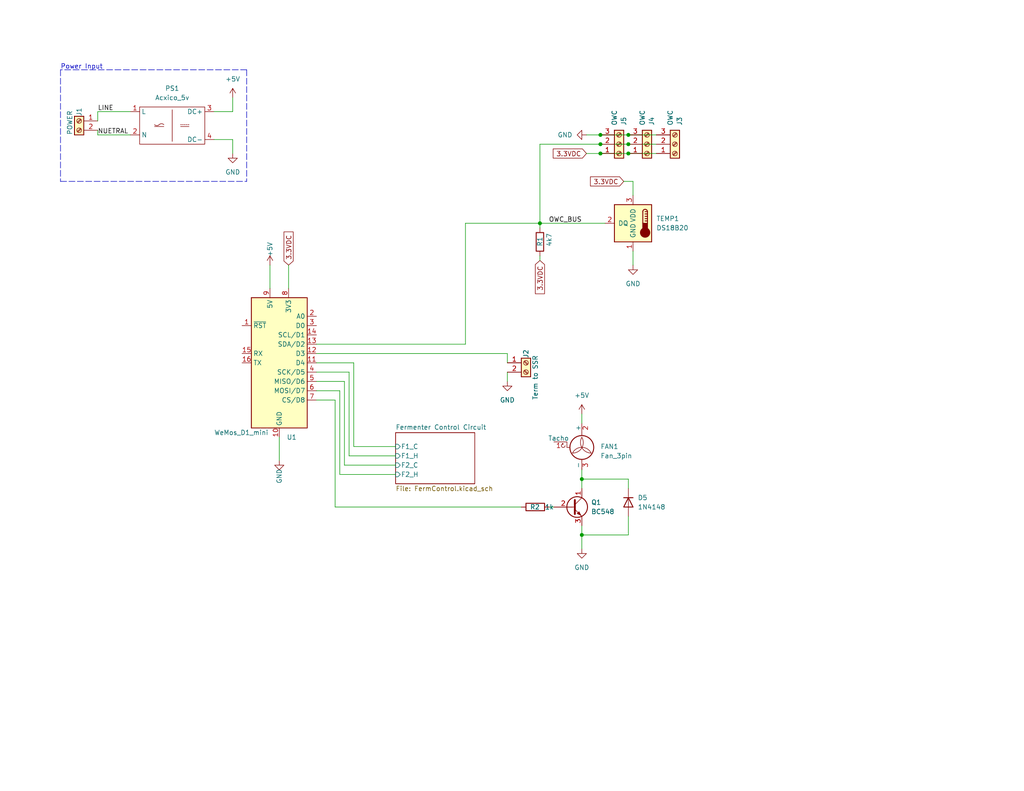
<source format=kicad_sch>
(kicad_sch (version 20211123) (generator eeschema)
  (paper "USLetter")
  (title_block (title "Glycol/Fermenter Control Circuit") (date "2023-01-31") (rev "1.0"))
  (lib_symbols
    (symbol "Connector:Screw_Terminal_01x02" (pin_names (offset 1.016) hide)
      (property "Reference" "J" (at 0 2.54 0))
      (property "Value" "Screw_Terminal_01x02" (at 0 -5.08 0))
      (symbol "Screw_Terminal_01x02_1_1"
        (rectangle (start -1.27 1.27) (end 1.27 -3.81) (stroke (width 0.254)) (fill (type background)))
        (circle (center 0 -2.54) (radius 0.635) (stroke (width 0.1524)))
        (polyline (pts (xy -0.5334 -2.2098) (xy 0.3302 -3.048)) (stroke (width 0.1524)))
        (polyline (pts (xy -0.5334 0.3302) (xy 0.3302 -0.508)) (stroke (width 0.1524)))
        (polyline (pts (xy -0.3556 -2.032) (xy 0.508 -2.8702)) (stroke (width 0.1524)))
        (polyline (pts (xy -0.3556 0.508) (xy 0.508 -0.3302)) (stroke (width 0.1524)))
        (circle (center 0 0) (radius 0.635) (stroke (width 0.1524)))
        (pin passive line (at -5.08 0 0) (length 3.81) (name "Pin_1") (number "1"))
        (pin passive line (at -5.08 -2.54 0) (length 3.81) (name "Pin_2") (number "2"))
      )
    )
    (symbol "Connector:Screw_Terminal_01x03" (pin_names (offset 1.016) hide)
      (property "Reference" "J" (at 0 5.08 0))
      (property "Value" "Screw_Terminal_01x03" (at 0 -5.08 0))
      (symbol "Screw_Terminal_01x03_1_1"
        (rectangle (start -1.27 3.81) (end 1.27 -3.81) (stroke (width 0.254)) (fill (type background)))
        (circle (center 0 -2.54) (radius 0.635) (stroke (width 0.1524)))
        (polyline (pts (xy -0.5334 -2.2098) (xy 0.3302 -3.048)) (stroke (width 0.1524)))
        (polyline (pts (xy -0.5334 0.3302) (xy 0.3302 -0.508)) (stroke (width 0.1524)))
        (polyline (pts (xy -0.5334 2.8702) (xy 0.3302 2.032)) (stroke (width 0.1524)))
        (polyline (pts (xy -0.3556 -2.032) (xy 0.508 -2.8702)) (stroke (width 0.1524)))
        (polyline (pts (xy -0.3556 0.508) (xy 0.508 -0.3302)) (stroke (width 0.1524)))
        (polyline (pts (xy -0.3556 3.048) (xy 0.508 2.2098)) (stroke (width 0.1524)))
        (circle (center 0 0) (radius 0.635) (stroke (width 0.1524)))
        (circle (center 0 2.54) (radius 0.635) (stroke (width 0.1524)))
        (pin passive line (at -5.08 2.54 0) (length 3.81) (name "Pin_1") (number "1"))
        (pin passive line (at -5.08 0 0) (length 3.81) (name "Pin_2") (number "2"))
        (pin passive line (at -5.08 -2.54 0) (length 3.81) (name "Pin_3") (number "3"))
      )
    )
    (symbol "Converter_ACDC:Acxico_5v"
      (property "Reference" "PS" (at 0 6.35 0))
      (property "Value" "Acxico_5v" (at 0 -6.35 0))
      (symbol "Acxico_5v_0_1"
        (rectangle (start -8.89 5.08) (end 8.89 -5.08))
        (arc (start -4.826 0.254) (mid -4.191 -0.0089) (end -3.556 0.254))
        (arc (start -2.286 0.254) (mid -2.921 0.516) (end -3.556 0.254))
        (polyline (pts (xy -4.826 -0.254) (xy -2.286 -0.254)))
        (polyline (pts (xy 0 4.318) (xy 0 -4.318)))
        (polyline (pts (xy 2.286 -0.254) (xy 4.572 -0.254)))
        (polyline (pts (xy 2.286 0.254) (xy 2.54 0.254)))
        (polyline (pts (xy 2.794 0.254) (xy 3.048 0.254)))
        (polyline (pts (xy 3.302 0.254) (xy 3.556 0.254)))
        (polyline (pts (xy 3.81 0.254) (xy 4.064 0.254)))
        (polyline (pts (xy 4.318 0.254) (xy 4.572 0.254)))
      )
      (symbol "Acxico_5v_1_1"
        (pin input line (at -11.43 3.81 0) (length 2.54) (name "L") (number "1"))
        (pin input line (at -11.43 -2.54 0) (length 2.54) (name "N") (number "2"))
        (pin output line (at 11.43 3.81 180) (length 2.54) (name "DC+") (number "3"))
        (pin output line (at 11.43 -3.81 180) (length 2.54) (name "DC-") (number "4"))
      )
    )
    (symbol "Device:R" (pin_numbers hide) (pin_names (offset 0))
      (property "Reference" "R" (at 2.032 0 90))
      (property "Value" "R" (at 0 0 90))
      (symbol "R_0_1"
        (rectangle (start -1.016 -2.54) (end 1.016 2.54) (stroke (width 0.254)))
      )
      (symbol "R_1_1"
        (pin passive line (at 0 3.81 270) (length 1.27) (name "~") (number "1"))
        (pin passive line (at 0 -3.81 90) (length 1.27) (name "~") (number "2"))
      )
    )
    (symbol "Diode:1N4148" (pin_numbers hide) (pin_names hide)
      (property "Reference" "D" (at 0 2.54 0))
      (property "Value" "1N4148" (at 0 -2.54 0))
      (symbol "1N4148_0_1"
        (polyline (pts (xy -1.27 1.27) (xy -1.27 -1.27)) (stroke (width 0.254)))
        (polyline (pts (xy 1.27 0) (xy -1.27 0)))
        (polyline (pts (xy 1.27 1.27) (xy 1.27 -1.27) (xy -1.27 0) (xy 1.27 1.27)) (stroke (width 0.254)))
      )
      (symbol "1N4148_1_1"
        (pin passive line (at -3.81 0 0) (length 2.54) (name "K") (number "1"))
        (pin passive line (at 3.81 0 180) (length 2.54) (name "A") (number "2"))
      )
    )
    (symbol "MCU_Module:WeMos_D1_mini"
      (property "Reference" "U" (at 3.81 19.05 0))
      (property "Value" "WeMos_D1_mini" (at 1.27 -19.05 0))
      (symbol "WeMos_D1_mini_1_1"
        (rectangle (start -7.62 17.78) (end 7.62 -17.78) (stroke (width 0.254)) (fill (type background)))
        (pin input line (at -10.16 10.16 0) (length 2.54) (name "~{RST}") (number "1"))
        (pin power_in line (at 0 -20.32 90) (length 2.54) (name "GND") (number "10"))
        (pin bidirectional line (at 10.16 0 180) (length 2.54) (name "D4") (number "11"))
        (pin bidirectional line (at 10.16 2.54 180) (length 2.54) (name "D3") (number "12"))
        (pin bidirectional line (at 10.16 5.08 180) (length 2.54) (name "SDA/D2") (number "13"))
        (pin bidirectional line (at 10.16 7.62 180) (length 2.54) (name "SCL/D1") (number "14"))
        (pin input line (at -10.16 2.54 0) (length 2.54) (name "RX") (number "15"))
        (pin output line (at -10.16 0 0) (length 2.54) (name "TX") (number "16"))
        (pin input line (at 10.16 12.7 180) (length 2.54) (name "A0") (number "2"))
        (pin bidirectional line (at 10.16 10.16 180) (length 2.54) (name "D0") (number "3"))
        (pin bidirectional line (at 10.16 -2.54 180) (length 2.54) (name "SCK/D5") (number "4"))
        (pin bidirectional line (at 10.16 -5.08 180) (length 2.54) (name "MISO/D6") (number "5"))
        (pin bidirectional line (at 10.16 -7.62 180) (length 2.54) (name "MOSI/D7") (number "6"))
        (pin bidirectional line (at 10.16 -10.16 180) (length 2.54) (name "CS/D8") (number "7"))
        (pin power_out line (at 2.54 20.32 270) (length 2.54) (name "3V3") (number "8"))
        (pin power_in line (at -2.54 20.32 270) (length 2.54) (name "5V") (number "9"))
      )
    )
    (symbol "Motor:Fan_3pin" (pin_names (offset 0))
      (property "Reference" "M" (at 2.54 2.54 0))
      (property "Value" "Fan_3pin" (at 2.54 -5.08 0))
      (symbol "Fan_3pin_0_0"
        (arc (start -5.588 -1.016) (mid -5.08 -1.524) (end -4.572 -1.016))
        (arc (start -5.08 -0.508) (mid -5.4392 -0.6568) (end -5.588 -1.016))
        (polyline (pts (xy -5.08 -0.508) (xy -5.334 -0.381)))
        (polyline (pts (xy -5.08 -0.508) (xy -5.207 -0.762)))
        (polyline (pts (xy -4.064 0) (xy -4.064 -1.524) (xy -3.302 -1.524)))
      )
      (symbol "Fan_3pin_0_1"
        (arc (start -2.54 -3.048) (mid 0.0028 -1.6279) (end 0 1.27))
        (circle (center 0 -1.524) (radius 3.2512) (stroke (width 0.254)))
        (polyline (pts (xy -4.064 0) (xy -5.08 0)))
        (polyline (pts (xy 0 -7.62) (xy 0 -7.112)))
        (polyline (pts (xy 0 -4.7752) (xy 0 -5.1816)))
        (polyline (pts (xy 0 1.7272) (xy 0 2.0828)))
        (polyline (pts (xy 0 2.032) (xy 0 2.54)))
        (arc (start 0 1.27) (mid 0.053 -1.619) (end 2.54 -3.048))
        (arc (start 2.54 -3.048) (mid 0 -1.4782) (end -2.54 -3.048))
      )
      (symbol "Fan_3pin_1_1"
        (pin passive line (at -7.62 0 0) (length 2.54) (name "Tacho") (number "1"))
        (pin passive line (at 0 5.08 270) (length 2.54) (name "+") (number "2"))
        (pin passive line (at 0 -7.62 90) (length 2.54) (name "-") (number "3"))
      )
    )
    (symbol "Sensor_Temperature:DS18B20" (pin_names (offset 1.016))
      (property "Reference" "U" (at -3.81 6.35 0))
      (property "Value" "DS18B20" (at 6.35 6.35 0))
      (symbol "DS18B20_0_1"
        (rectangle (start -5.08 5.08) (end 5.08 -5.08) (stroke (width 0.254)) (fill (type background)))
        (circle (center -3.302 -2.54) (radius 1.27) (stroke (width 0.254)) (fill (type outline)))
        (rectangle (start -2.667 -1.905) (end -3.937 0) (stroke (width 0.254)) (fill (type outline)))
        (arc (start -2.667 3.175) (mid -3.302 3.81) (end -3.937 3.175) (stroke (width 0.254)))
        (polyline (pts (xy -3.937 0.635) (xy -3.302 0.635)) (stroke (width 0.254)))
        (polyline (pts (xy -3.937 1.27) (xy -3.302 1.27)) (stroke (width 0.254)))
        (polyline (pts (xy -3.937 1.905) (xy -3.302 1.905)) (stroke (width 0.254)))
        (polyline (pts (xy -3.937 2.54) (xy -3.302 2.54)) (stroke (width 0.254)))
        (polyline (pts (xy -3.937 3.175) (xy -3.937 0)) (stroke (width 0.254)))
        (polyline (pts (xy -3.937 3.175) (xy -3.302 3.175)) (stroke (width 0.254)))
        (polyline (pts (xy -2.667 3.175) (xy -2.667 0)) (stroke (width 0.254)))
      )
      (symbol "DS18B20_1_1"
        (pin power_in line (at 0 -7.62 90) (length 2.54) (name "GND") (number "1"))
        (pin bidirectional line (at 7.62 0 180) (length 2.54) (name "DQ") (number "2"))
        (pin power_in line (at 0 7.62 270) (length 2.54) (name "VDD") (number "3"))
      )
    )
    (symbol "Transistor_BJT:BC548" (pin_names (offset 0) hide)
      (property "Reference" "Q" (at 5.08 1.905 0))
      (property "Value" "BC548" (at 5.08 0 0))
      (symbol "BC548_0_1"
        (polyline (pts (xy 0 0) (xy 0.635 0)))
        (polyline (pts (xy 0.635 0.635) (xy 2.54 2.54)))
        (polyline (pts (xy 0.635 -0.635) (xy 2.54 -2.54) (xy 2.54 -2.54)))
        (polyline (pts (xy 0.635 1.905) (xy 0.635 -1.905) (xy 0.635 -1.905)) (stroke (width 0.508)))
        (polyline (pts (xy 1.27 -1.778) (xy 1.778 -1.27) (xy 2.286 -2.286) (xy 1.27 -1.778) (xy 1.27 -1.778)) (fill (type outline)))
        (circle (center 1.27 0) (radius 2.8194) (stroke (width 0.254)))
      )
      (symbol "BC548_1_1"
        (pin passive line (at 2.54 5.08 270) (length 2.54) (name "C") (number "1"))
        (pin input line (at -5.08 0 0) (length 5.08) (name "B") (number "2"))
        (pin passive line (at 2.54 -5.08 90) (length 2.54) (name "E") (number "3"))
      )
    )
    (symbol "power:+5V" (power) (pin_names (offset 0))
      (property "Value" "+5V" (at 0 3.556 0))
      (symbol "+5V_0_1"
        (polyline (pts (xy -0.762 1.27) (xy 0 2.54)))
        (polyline (pts (xy 0 0) (xy 0 2.54)))
        (polyline (pts (xy 0 2.54) (xy 0.762 1.27)))
      )
      (symbol "+5V_1_1"
        (pin power_in line (at 0 0 90) (length 0) hide (name "+5V") (number "1"))
      )
    )
    (symbol "power:GND" (power) (pin_names (offset 0))
      (property "Value" "GND" (at 0 -3.81 0))
      (symbol "GND_0_1"
        (polyline (pts (xy 0 0) (xy 0 -1.27) (xy 1.27 -1.27) (xy 0 -2.54) (xy -1.27 -1.27) (xy 0 -1.27)))
      )
      (symbol "GND_1_1"
        (pin power_in line (at 0 0 270) (length 0) hide (name "GND") (number "1"))
      )
    )
  )
  (junction (at 158.75 130.81))
  (junction (at 163.83 41.91))
  (junction (at 171.45 36.83))
  (junction (at 171.45 41.91))
  (junction (at 163.83 36.83))
  (junction (at 163.83 39.37))
  (junction (at 158.75 146.05))
  (junction (at 171.45 39.37))
  (junction (at 147.32 60.96))
  (wire (pts (xy 171.45 41.91) (xy 163.83 41.91)))
  (wire (pts (xy 127 60.96) (xy 147.32 60.96)))
  (wire (pts (xy 95.25 101.6) (xy 95.25 124.46)))
  (wire (pts (xy 26.67 35.56) (xy 26.67 36.83)))
  (wire (pts (xy 95.25 124.46) (xy 107.95 124.46)))
  (wire (pts (xy 86.36 106.68) (xy 92.71 106.68)))
  (wire (pts (xy 76.2 119.38) (xy 76.2 125.73)))
  (polyline (pts (xy 67.31 19.05) (xy 16.51 19.05)))
  (wire (pts (xy 171.45 39.37) (xy 163.83 39.37)))
  (wire (pts (xy 26.67 36.83) (xy 35.56 36.83)))
  (polyline (pts (xy 67.31 19.05) (xy 67.31 49.53)))
  (wire (pts (xy 58.42 38.1) (xy 63.5 38.1)))
  (wire (pts (xy 147.32 69.85) (xy 147.32 71.12)))
  (wire (pts (xy 158.75 130.81) (xy 158.75 133.35)))
  (wire (pts (xy 78.74 72.39) (xy 78.74 78.74)))
  (wire (pts (xy 127 93.98) (xy 127 60.96)))
  (wire (pts (xy 171.45 130.81) (xy 171.45 133.35)))
  (wire (pts (xy 86.36 109.22) (xy 91.44 109.22)))
  (wire (pts (xy 158.75 113.03) (xy 158.75 115.57)))
  (wire (pts (xy 158.75 146.05) (xy 158.75 149.86)))
  (wire (pts (xy 179.07 36.83) (xy 171.45 36.83)))
  (wire (pts (xy 92.71 129.54) (xy 107.95 129.54)))
  (wire (pts (xy 86.36 93.98) (xy 127 93.98)))
  (wire (pts (xy 73.66 72.39) (xy 73.66 78.74)))
  (wire (pts (xy 172.72 53.34) (xy 172.72 49.53)))
  (wire (pts (xy 158.75 130.81) (xy 171.45 130.81)))
  (wire (pts (xy 93.98 104.14) (xy 93.98 127)))
  (wire (pts (xy 163.83 36.83) (xy 160.02 36.83)))
  (wire (pts (xy 63.5 26.67) (xy 63.5 30.48)))
  (wire (pts (xy 91.44 138.43) (xy 142.24 138.43)))
  (wire (pts (xy 138.43 99.06) (xy 138.43 96.52)))
  (wire (pts (xy 171.45 36.83) (xy 163.83 36.83)))
  (wire (pts (xy 171.45 146.05) (xy 171.45 140.97)))
  (wire (pts (xy 163.83 41.91) (xy 160.02 41.91)))
  (wire (pts (xy 86.36 104.14) (xy 93.98 104.14)))
  (wire (pts (xy 96.52 121.92) (xy 107.95 121.92)))
  (wire (pts (xy 26.67 33.02) (xy 26.67 30.48)))
  (polyline (pts (xy 16.51 19.05) (xy 16.51 49.53)))
  (polyline (pts (xy 16.51 49.53) (xy 67.31 49.53)))
  (wire (pts (xy 86.36 101.6) (xy 95.25 101.6)))
  (wire (pts (xy 63.5 38.1) (xy 63.5 41.91)))
  (wire (pts (xy 138.43 104.14) (xy 138.43 101.6)))
  (wire (pts (xy 147.32 39.37) (xy 147.32 60.96)))
  (wire (pts (xy 96.52 99.06) (xy 86.36 99.06)))
  (wire (pts (xy 26.67 30.48) (xy 35.56 30.48)))
  (wire (pts (xy 163.83 39.37) (xy 147.32 39.37)))
  (wire (pts (xy 91.44 109.22) (xy 91.44 138.43)))
  (wire (pts (xy 149.86 138.43) (xy 151.13 138.43)))
  (wire (pts (xy 92.71 106.68) (xy 92.71 129.54)))
  (wire (pts (xy 158.75 128.27) (xy 158.75 130.81)))
  (wire (pts (xy 58.42 30.48) (xy 63.5 30.48)))
  (wire (pts (xy 96.52 99.06) (xy 96.52 121.92)))
  (wire (pts (xy 93.98 127) (xy 107.95 127)))
  (wire (pts (xy 138.43 96.52) (xy 86.36 96.52)))
  (wire (pts (xy 158.75 143.51) (xy 158.75 146.05)))
  (wire (pts (xy 147.32 62.23) (xy 147.32 60.96)))
  (wire (pts (xy 179.07 41.91) (xy 171.45 41.91)))
  (wire (pts (xy 158.75 146.05) (xy 171.45 146.05)))
  (wire (pts (xy 172.72 68.58) (xy 172.72 72.39)))
  (wire (pts (xy 147.32 60.96) (xy 165.1 60.96)))
  (wire (pts (xy 179.07 39.37) (xy 171.45 39.37)))
  (wire (pts (xy 172.72 49.53) (xy 170.18 49.53)))
  (text "Power Input" (at 16.51 19.05 0) (effects (font (size 1.27 1.27)) (justify left bottom)))
  (label "OWC_BUS" (at 158.75 60.96 180))
  (label "NUETRAL" (at 26.67 36.83 0))
  (label "LINE" (at 26.67 30.48 0))
  (global_label "3.3VDC" (shape input) (at 170.18 49.53 180) (property "Intersheet References" "${INTERSHEET_REFS}" (effects hide)))
  (global_label "3.3VDC" (shape input) (at 160.02 41.91 180) (property "Intersheet References" "${INTERSHEET_REFS}" (effects hide)))
  (global_label "3.3VDC" (shape input) (at 78.74 72.39 90) (property "Intersheet References" "${INTERSHEET_REFS}" (effects hide)))
  (global_label "3.3VDC" (shape input) (at 147.32 71.12 270) (property "Intersheet References" "${INTERSHEET_REFS}" (effects hide)))
  (symbol (lib_id "Connector:Screw_Terminal_01x02") (at 143.51 99.06 0) (unit 1)
    (property "Reference" "J2" (at 143.51 97.79 90) (effects (justify left)))
    (property "Value" "Term to SSR" (at 146.05 109.22 90) (effects (justify left)))
    (property "Footprint" "TerminalBlock:TerminalBlock_Altech_AK300-2_P5.00mm" (effects hide))
  )
  (symbol (lib_id "power:GND") (at 138.43 104.14 0) (unit 1)
    (property "Reference" "#PWR0105" (effects hide))
    (property "Value" "GND" (at 138.43 109.22 0))
  )
  (symbol (lib_id "Connector:Screw_Terminal_01x03") (at 168.91 39.37 0) (mirror x) (unit 1)
    (property "Reference" "J5" (at 170.1801 34.29 90) (effects (justify right)))
    (property "Value" "OWC" (at 167.6401 34.29 90) (effects (justify right)))
    (property "Footprint" "Connector_JST:JST_XH_B3B-XH-AM_1x03_P2.50mm_Vertical" (effects hide))
  )
  (symbol (lib_id "Connector:Screw_Terminal_01x02") (at 21.59 33.02 0) (mirror y) (unit 1)
    (property "Reference" "J1" (at 21.59 31.75 90) (effects (justify left)))
    (property "Value" "POWER" (at 19.05 36.83 90) (effects (justify left)))
    (property "Footprint" "TerminalBlock:TerminalBlock_Altech_AK300-2_P5.00mm" (effects hide))
  )
  (symbol (lib_id "Diode:1N4148") (at 171.45 137.16 270) (unit 1)
    (property "Reference" "D5" (at 173.99 135.8899 90) (effects (justify left)))
    (property "Value" "1N4148" (at 173.99 138.4299 90) (effects (justify left)))
    (property "Footprint" "Diode_SMD:D_SOD-323F" (effects hide))
    (property "Datasheet" "https://assets.nexperia.com/documents/data-sheet/1N4148_1N4448.pdf" (effects hide))
  )
  (symbol (lib_id "Device:R") (at 146.05 138.43 90) (unit 1)
    (property "Reference" "R2" (at 147.32 138.43 90) (effects (justify left)))
    (property "Value" "1k" (at 151.13 138.43 90) (effects (justify left)))
    (property "Footprint" "Resistor_THT:R_Axial_DIN0207_L6.3mm_D2.5mm_P7.62mm_Horizontal" (effects hide))
  )
  (symbol (lib_id "Device:R") (at 147.32 66.04 0) (mirror y) (unit 1)
    (property "Reference" "R1" (at 147.32 67.31 90) (effects (justify left)))
    (property "Value" "4k7" (at 149.86 67.31 90) (effects (justify left)))
    (property "Footprint" "Resistor_THT:R_Axial_DIN0207_L6.3mm_D2.5mm_P7.62mm_Horizontal" (effects hide))
  )
  (symbol (lib_id "Connector:Screw_Terminal_01x03") (at 176.53 39.37 0) (mirror x) (unit 1)
    (property "Reference" "J4" (at 177.8001 34.29 90) (effects (justify right)))
    (property "Value" "OWC" (at 175.2601 34.29 90) (effects (justify right)))
    (property "Footprint" "Connector_JST:JST_XH_B3B-XH-AM_1x03_P2.50mm_Vertical" (effects hide))
  )
  (symbol (lib_id "power:+5V") (at 158.75 113.03 0) (unit 1)
    (property "Reference" "#PWR0103" (effects hide))
    (property "Value" "+5V" (at 158.75 107.95 0))
  )
  (symbol (lib_id "MCU_Module:WeMos_D1_mini") (at 76.2 99.06 0) (unit 1)
    (property "Reference" "U1" (at 78.2194 119.38 0) (effects (justify left)))
    (property "Value" "WeMos_D1_mini" (at 58.42 118.11 0) (effects (justify left)))
    (property "Footprint" "Module:WEMOS_D1_mini_light" (effects hide))
    (property "Datasheet" "https://wiki.wemos.cc/products:d1:d1_mini#documentation" (effects hide))
  )
  (symbol (lib_id "power:GND") (at 76.2 125.73 0) (unit 1)
    (property "Reference" "#PWR0111" (effects hide))
    (property "Value" "GND" (at 76.2 132.08 90) (effects (justify left)))
  )
  (symbol (lib_id "Converter_ACDC:Acxico_5v") (at 46.99 34.29 0) (unit 1)
    (property "Reference" "PS1" (at 46.99 24.13 0))
    (property "Value" "Acxico_5v" (at 46.99 26.67 0))
    (property "Footprint" "Power:Acxico 5V 700mA Board Module Mini AC-DC 120V to 5V Power Supply" (effects hide))
  )
  (symbol (lib_id "power:GND") (at 172.72 72.39 0) (mirror y) (unit 1)
    (property "Reference" "#PWR0104" (effects hide))
    (property "Value" "GND" (at 172.72 77.47 0))
  )
  (symbol (lib_id "power:+5V") (at 63.5 26.67 0) (unit 1)
    (property "Reference" "#PWR0102" (effects hide))
    (property "Value" "+5V" (at 63.5 21.59 0))
  )
  (symbol (lib_id "Connector:Screw_Terminal_01x03") (at 184.15 39.37 0) (mirror x) (unit 1)
    (property "Reference" "J3" (at 185.4201 34.29 90) (effects (justify right)))
    (property "Value" "OWC" (at 182.8801 34.29 90) (effects (justify right)))
    (property "Footprint" "Connector_JST:JST_XH_B3B-XH-AM_1x03_P2.50mm_Vertical" (effects hide))
  )
  (symbol (lib_id "power:GND") (at 63.5 41.91 0) (unit 1)
    (property "Reference" "#PWR0101" (effects hide))
    (property "Value" "GND" (at 63.5 46.99 0))
  )
  (symbol (lib_id "power:GND") (at 158.75 149.86 0) (unit 1)
    (property "Reference" "#PWR0109" (effects hide))
    (property "Value" "GND" (at 158.75 154.94 0))
  )
  (symbol (lib_id "Sensor_Temperature:DS18B20") (at 172.72 60.96 0) (mirror y) (unit 1)
    (property "Reference" "TEMP1" (at 179.07 59.6899 0) (effects (justify right)))
    (property "Value" "DS18B20" (at 179.07 62.2299 0) (effects (justify right)))
    (property "Footprint" "Package_TO_SOT_THT:TO-92_Inline" (effects hide))
    (property "Datasheet" "http://datasheets.maximintegrated.com/en/ds/DS18B20.pdf" (effects hide))
  )
  (symbol (lib_id "power:+5V") (at 73.66 72.39 0) (unit 1)
    (property "Reference" "#PWR0110" (effects hide))
    (property "Value" "+5V" (at 73.66 66.04 90) (effects (justify right)))
  )
  (symbol (lib_id "power:GND") (at 160.02 36.83 270) (mirror x) (unit 1)
    (property "Reference" "#PWR0106" (effects hide))
    (property "Value" "GND" (at 156.21 36.8299 90) (effects (justify right)))
  )
  (symbol (lib_id "Motor:Fan_3pin") (at 158.75 120.65 0) (unit 1)
    (property "Reference" "FAN1" (at 163.83 121.9199 0) (effects (justify left)))
    (property "Value" "Fan_3pin" (at 163.83 124.4599 0) (effects (justify left)))
    (property "Footprint" "Connector_JST:JST_XH_B3B-XH-AM_1x03_P2.50mm_Vertical" (effects hide))
    (property "Datasheet" "https://www.amazon.com/Noctua-Cooling-Bearing-NF-A4X10-FLX-5V/dp/B00NEMGCIA" (effects hide))
  )
  (symbol (lib_id "Transistor_BJT:BC548") (at 156.21 138.43 0) (unit 1)
    (property "Reference" "Q1" (at 161.29 137.1599 0) (effects (justify left)))
    (property "Value" "BC548" (at 161.29 139.6999 0) (effects (justify left)))
    (property "Footprint" "Package_TO_SOT_THT:TO-92_Inline" (effects hide))
    (property "Datasheet" "https://www.onsemi.com/pub/Collateral/BC550-D.pdf" (effects hide))
  )
  (sheet (at 107.95 118.11) (size 21.59 13.97) (stroke (width 0.1524))
    (property "Sheet name" "Fermenter Control Circuit" (at 107.95 117.3984 0) (effects (justify left bottom)))
    (property "Sheet file" "FermControl.kicad_sch" (at 107.95 132.6646 0) (effects (justify left top)))
    (pin "F1_H" input (at 107.95 124.46 180))
    (pin "F2_H" input (at 107.95 129.54 180))
    (pin "F2_C" input (at 107.95 127 180))
    (pin "F1_C" input (at 107.95 121.92 180))
  )
)
</source>
